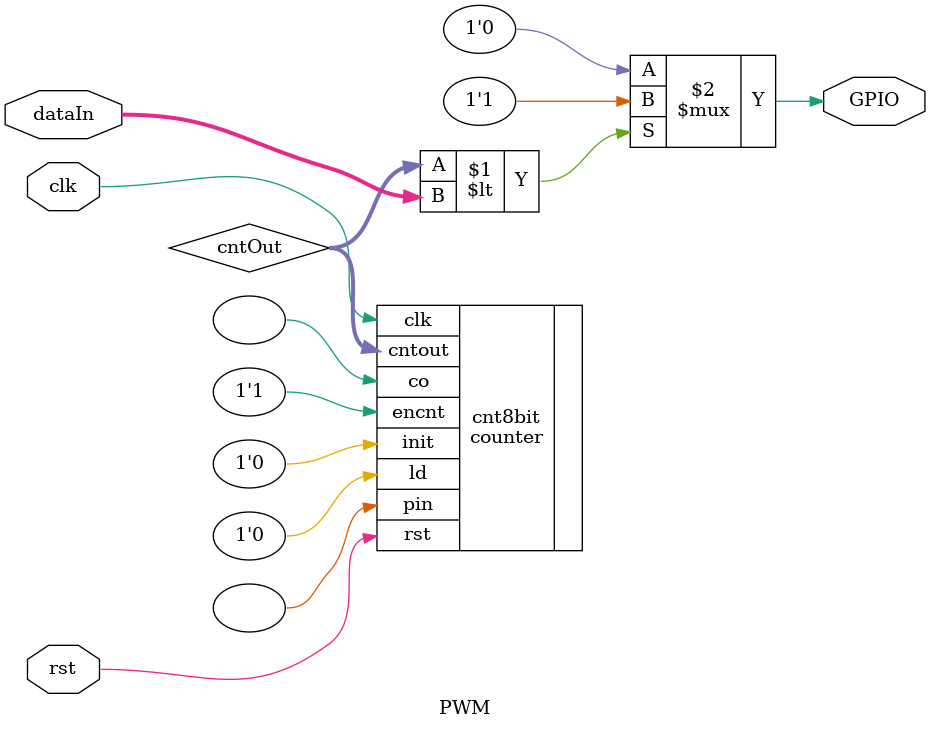
<source format=v>
`timescale 1ns/1ns

module PWM (
    input wire clk,
    input wire rst,
    input wire [7:0] dataIn,
    output wire GPIO
);

    wire [7:0] cntOut;

    counter #(8) cnt8bit (
        .clk(clk),
        .rst(rst),
        .ld(1'b0),
        .encnt(1'b1),
        .init(1'b0),
        .pin(),
        .cntout(cntOut),
        .co()
    );

    assign GPIO = (cntOut < dataIn) ? 1'b1 : 1'b0;
    
endmodule
</source>
